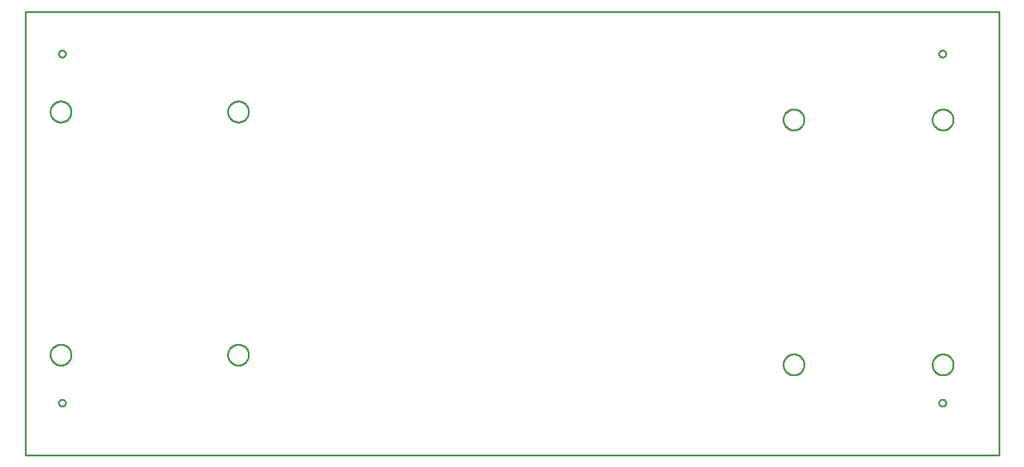
<source format=gbr>
G04 EAGLE Gerber X2 export*
%TF.Part,Single*%
%TF.FileFunction,Profile,NP*%
%TF.FilePolarity,Positive*%
%TF.GenerationSoftware,Autodesk,EAGLE,9.1.2*%
%TF.CreationDate,2018-08-08T23:13:48Z*%
G75*
%MOMM*%
%FSLAX34Y34*%
%LPD*%
%AMOC8*
5,1,8,0,0,1.08239X$1,22.5*%
G01*
%ADD10C,0.254000*%


D10*
X-12700Y25400D02*
X1381000Y25400D01*
X1381000Y660300D01*
X-12700Y660300D01*
X-12700Y25400D01*
X45000Y599719D02*
X44937Y599161D01*
X44812Y598614D01*
X44627Y598084D01*
X44383Y597578D01*
X44084Y597102D01*
X43734Y596663D01*
X43337Y596266D01*
X42898Y595916D01*
X42422Y595617D01*
X41916Y595373D01*
X41386Y595188D01*
X40839Y595063D01*
X40281Y595000D01*
X39719Y595000D01*
X39161Y595063D01*
X38614Y595188D01*
X38084Y595373D01*
X37578Y595617D01*
X37102Y595916D01*
X36663Y596266D01*
X36266Y596663D01*
X35916Y597102D01*
X35617Y597578D01*
X35373Y598084D01*
X35188Y598614D01*
X35063Y599161D01*
X35000Y599719D01*
X35000Y600281D01*
X35063Y600839D01*
X35188Y601386D01*
X35373Y601916D01*
X35617Y602422D01*
X35916Y602898D01*
X36266Y603337D01*
X36663Y603734D01*
X37102Y604084D01*
X37578Y604383D01*
X38084Y604627D01*
X38614Y604812D01*
X39161Y604937D01*
X39719Y605000D01*
X40281Y605000D01*
X40839Y604937D01*
X41386Y604812D01*
X41916Y604627D01*
X42422Y604383D01*
X42898Y604084D01*
X43337Y603734D01*
X43734Y603337D01*
X44084Y602898D01*
X44383Y602422D01*
X44627Y601916D01*
X44812Y601386D01*
X44937Y600839D01*
X45000Y600281D01*
X45000Y599719D01*
X45000Y99719D02*
X44937Y99161D01*
X44812Y98614D01*
X44627Y98084D01*
X44383Y97578D01*
X44084Y97102D01*
X43734Y96663D01*
X43337Y96266D01*
X42898Y95916D01*
X42422Y95617D01*
X41916Y95373D01*
X41386Y95188D01*
X40839Y95063D01*
X40281Y95000D01*
X39719Y95000D01*
X39161Y95063D01*
X38614Y95188D01*
X38084Y95373D01*
X37578Y95617D01*
X37102Y95916D01*
X36663Y96266D01*
X36266Y96663D01*
X35916Y97102D01*
X35617Y97578D01*
X35373Y98084D01*
X35188Y98614D01*
X35063Y99161D01*
X35000Y99719D01*
X35000Y100281D01*
X35063Y100839D01*
X35188Y101386D01*
X35373Y101916D01*
X35617Y102422D01*
X35916Y102898D01*
X36266Y103337D01*
X36663Y103734D01*
X37102Y104084D01*
X37578Y104383D01*
X38084Y104627D01*
X38614Y104812D01*
X39161Y104937D01*
X39719Y105000D01*
X40281Y105000D01*
X40839Y104937D01*
X41386Y104812D01*
X41916Y104627D01*
X42422Y104383D01*
X42898Y104084D01*
X43337Y103734D01*
X43734Y103337D01*
X44084Y102898D01*
X44383Y102422D01*
X44627Y101916D01*
X44812Y101386D01*
X44937Y100839D01*
X45000Y100281D01*
X45000Y99719D01*
X1305000Y599719D02*
X1304937Y599161D01*
X1304812Y598614D01*
X1304627Y598084D01*
X1304383Y597578D01*
X1304084Y597102D01*
X1303734Y596663D01*
X1303337Y596266D01*
X1302898Y595916D01*
X1302422Y595617D01*
X1301916Y595373D01*
X1301386Y595188D01*
X1300839Y595063D01*
X1300281Y595000D01*
X1299719Y595000D01*
X1299161Y595063D01*
X1298614Y595188D01*
X1298084Y595373D01*
X1297578Y595617D01*
X1297102Y595916D01*
X1296663Y596266D01*
X1296266Y596663D01*
X1295916Y597102D01*
X1295617Y597578D01*
X1295373Y598084D01*
X1295188Y598614D01*
X1295063Y599161D01*
X1295000Y599719D01*
X1295000Y600281D01*
X1295063Y600839D01*
X1295188Y601386D01*
X1295373Y601916D01*
X1295617Y602422D01*
X1295916Y602898D01*
X1296266Y603337D01*
X1296663Y603734D01*
X1297102Y604084D01*
X1297578Y604383D01*
X1298084Y604627D01*
X1298614Y604812D01*
X1299161Y604937D01*
X1299719Y605000D01*
X1300281Y605000D01*
X1300839Y604937D01*
X1301386Y604812D01*
X1301916Y604627D01*
X1302422Y604383D01*
X1302898Y604084D01*
X1303337Y603734D01*
X1303734Y603337D01*
X1304084Y602898D01*
X1304383Y602422D01*
X1304627Y601916D01*
X1304812Y601386D01*
X1304937Y600839D01*
X1305000Y600281D01*
X1305000Y599719D01*
X1305000Y99719D02*
X1304937Y99161D01*
X1304812Y98614D01*
X1304627Y98084D01*
X1304383Y97578D01*
X1304084Y97102D01*
X1303734Y96663D01*
X1303337Y96266D01*
X1302898Y95916D01*
X1302422Y95617D01*
X1301916Y95373D01*
X1301386Y95188D01*
X1300839Y95063D01*
X1300281Y95000D01*
X1299719Y95000D01*
X1299161Y95063D01*
X1298614Y95188D01*
X1298084Y95373D01*
X1297578Y95617D01*
X1297102Y95916D01*
X1296663Y96266D01*
X1296266Y96663D01*
X1295916Y97102D01*
X1295617Y97578D01*
X1295373Y98084D01*
X1295188Y98614D01*
X1295063Y99161D01*
X1295000Y99719D01*
X1295000Y100281D01*
X1295063Y100839D01*
X1295188Y101386D01*
X1295373Y101916D01*
X1295617Y102422D01*
X1295916Y102898D01*
X1296266Y103337D01*
X1296663Y103734D01*
X1297102Y104084D01*
X1297578Y104383D01*
X1298084Y104627D01*
X1298614Y104812D01*
X1299161Y104937D01*
X1299719Y105000D01*
X1300281Y105000D01*
X1300839Y104937D01*
X1301386Y104812D01*
X1301916Y104627D01*
X1302422Y104383D01*
X1302898Y104084D01*
X1303337Y103734D01*
X1303734Y103337D01*
X1304084Y102898D01*
X1304383Y102422D01*
X1304627Y101916D01*
X1304812Y101386D01*
X1304937Y100839D01*
X1305000Y100281D01*
X1305000Y99719D01*
X45000Y599719D02*
X44937Y599161D01*
X44812Y598614D01*
X44627Y598084D01*
X44383Y597578D01*
X44084Y597102D01*
X43734Y596663D01*
X43337Y596266D01*
X42898Y595916D01*
X42422Y595617D01*
X41916Y595373D01*
X41386Y595188D01*
X40839Y595063D01*
X40281Y595000D01*
X39719Y595000D01*
X39161Y595063D01*
X38614Y595188D01*
X38084Y595373D01*
X37578Y595617D01*
X37102Y595916D01*
X36663Y596266D01*
X36266Y596663D01*
X35916Y597102D01*
X35617Y597578D01*
X35373Y598084D01*
X35188Y598614D01*
X35063Y599161D01*
X35000Y599719D01*
X35000Y600281D01*
X35063Y600839D01*
X35188Y601386D01*
X35373Y601916D01*
X35617Y602422D01*
X35916Y602898D01*
X36266Y603337D01*
X36663Y603734D01*
X37102Y604084D01*
X37578Y604383D01*
X38084Y604627D01*
X38614Y604812D01*
X39161Y604937D01*
X39719Y605000D01*
X40281Y605000D01*
X40839Y604937D01*
X41386Y604812D01*
X41916Y604627D01*
X42422Y604383D01*
X42898Y604084D01*
X43337Y603734D01*
X43734Y603337D01*
X44084Y602898D01*
X44383Y602422D01*
X44627Y601916D01*
X44812Y601386D01*
X44937Y600839D01*
X45000Y600281D01*
X45000Y599719D01*
X45000Y99719D02*
X44937Y99161D01*
X44812Y98614D01*
X44627Y98084D01*
X44383Y97578D01*
X44084Y97102D01*
X43734Y96663D01*
X43337Y96266D01*
X42898Y95916D01*
X42422Y95617D01*
X41916Y95373D01*
X41386Y95188D01*
X40839Y95063D01*
X40281Y95000D01*
X39719Y95000D01*
X39161Y95063D01*
X38614Y95188D01*
X38084Y95373D01*
X37578Y95617D01*
X37102Y95916D01*
X36663Y96266D01*
X36266Y96663D01*
X35916Y97102D01*
X35617Y97578D01*
X35373Y98084D01*
X35188Y98614D01*
X35063Y99161D01*
X35000Y99719D01*
X35000Y100281D01*
X35063Y100839D01*
X35188Y101386D01*
X35373Y101916D01*
X35617Y102422D01*
X35916Y102898D01*
X36266Y103337D01*
X36663Y103734D01*
X37102Y104084D01*
X37578Y104383D01*
X38084Y104627D01*
X38614Y104812D01*
X39161Y104937D01*
X39719Y105000D01*
X40281Y105000D01*
X40839Y104937D01*
X41386Y104812D01*
X41916Y104627D01*
X42422Y104383D01*
X42898Y104084D01*
X43337Y103734D01*
X43734Y103337D01*
X44084Y102898D01*
X44383Y102422D01*
X44627Y101916D01*
X44812Y101386D01*
X44937Y100839D01*
X45000Y100281D01*
X45000Y99719D01*
X1305000Y599719D02*
X1304937Y599161D01*
X1304812Y598614D01*
X1304627Y598084D01*
X1304383Y597578D01*
X1304084Y597102D01*
X1303734Y596663D01*
X1303337Y596266D01*
X1302898Y595916D01*
X1302422Y595617D01*
X1301916Y595373D01*
X1301386Y595188D01*
X1300839Y595063D01*
X1300281Y595000D01*
X1299719Y595000D01*
X1299161Y595063D01*
X1298614Y595188D01*
X1298084Y595373D01*
X1297578Y595617D01*
X1297102Y595916D01*
X1296663Y596266D01*
X1296266Y596663D01*
X1295916Y597102D01*
X1295617Y597578D01*
X1295373Y598084D01*
X1295188Y598614D01*
X1295063Y599161D01*
X1295000Y599719D01*
X1295000Y600281D01*
X1295063Y600839D01*
X1295188Y601386D01*
X1295373Y601916D01*
X1295617Y602422D01*
X1295916Y602898D01*
X1296266Y603337D01*
X1296663Y603734D01*
X1297102Y604084D01*
X1297578Y604383D01*
X1298084Y604627D01*
X1298614Y604812D01*
X1299161Y604937D01*
X1299719Y605000D01*
X1300281Y605000D01*
X1300839Y604937D01*
X1301386Y604812D01*
X1301916Y604627D01*
X1302422Y604383D01*
X1302898Y604084D01*
X1303337Y603734D01*
X1303734Y603337D01*
X1304084Y602898D01*
X1304383Y602422D01*
X1304627Y601916D01*
X1304812Y601386D01*
X1304937Y600839D01*
X1305000Y600281D01*
X1305000Y599719D01*
X1305000Y99719D02*
X1304937Y99161D01*
X1304812Y98614D01*
X1304627Y98084D01*
X1304383Y97578D01*
X1304084Y97102D01*
X1303734Y96663D01*
X1303337Y96266D01*
X1302898Y95916D01*
X1302422Y95617D01*
X1301916Y95373D01*
X1301386Y95188D01*
X1300839Y95063D01*
X1300281Y95000D01*
X1299719Y95000D01*
X1299161Y95063D01*
X1298614Y95188D01*
X1298084Y95373D01*
X1297578Y95617D01*
X1297102Y95916D01*
X1296663Y96266D01*
X1296266Y96663D01*
X1295916Y97102D01*
X1295617Y97578D01*
X1295373Y98084D01*
X1295188Y98614D01*
X1295063Y99161D01*
X1295000Y99719D01*
X1295000Y100281D01*
X1295063Y100839D01*
X1295188Y101386D01*
X1295373Y101916D01*
X1295617Y102422D01*
X1295916Y102898D01*
X1296266Y103337D01*
X1296663Y103734D01*
X1297102Y104084D01*
X1297578Y104383D01*
X1298084Y104627D01*
X1298614Y104812D01*
X1299161Y104937D01*
X1299719Y105000D01*
X1300281Y105000D01*
X1300839Y104937D01*
X1301386Y104812D01*
X1301916Y104627D01*
X1302422Y104383D01*
X1302898Y104084D01*
X1303337Y103734D01*
X1303734Y103337D01*
X1304084Y102898D01*
X1304383Y102422D01*
X1304627Y101916D01*
X1304812Y101386D01*
X1304937Y100839D01*
X1305000Y100281D01*
X1305000Y99719D01*
X37566Y502050D02*
X36501Y502126D01*
X35444Y502278D01*
X34400Y502505D01*
X33376Y502806D01*
X32375Y503179D01*
X31404Y503623D01*
X30467Y504135D01*
X29568Y504712D01*
X28713Y505352D01*
X27906Y506051D01*
X27151Y506806D01*
X26452Y507613D01*
X25812Y508468D01*
X25235Y509367D01*
X24723Y510304D01*
X24279Y511275D01*
X23906Y512276D01*
X23605Y513300D01*
X23378Y514344D01*
X23226Y515401D01*
X23150Y516466D01*
X23150Y517534D01*
X23226Y518599D01*
X23378Y519656D01*
X23605Y520700D01*
X23906Y521724D01*
X24279Y522725D01*
X24723Y523696D01*
X25235Y524633D01*
X25812Y525532D01*
X26452Y526387D01*
X27151Y527194D01*
X27906Y527949D01*
X28713Y528648D01*
X29568Y529288D01*
X30467Y529865D01*
X31404Y530377D01*
X32375Y530821D01*
X33376Y531194D01*
X34400Y531495D01*
X35444Y531722D01*
X36501Y531874D01*
X37566Y531950D01*
X38634Y531950D01*
X39699Y531874D01*
X40756Y531722D01*
X41800Y531495D01*
X42824Y531194D01*
X43825Y530821D01*
X44796Y530377D01*
X45733Y529865D01*
X46632Y529288D01*
X47487Y528648D01*
X48294Y527949D01*
X49049Y527194D01*
X49748Y526387D01*
X50388Y525532D01*
X50965Y524633D01*
X51477Y523696D01*
X51921Y522725D01*
X52294Y521724D01*
X52595Y520700D01*
X52822Y519656D01*
X52974Y518599D01*
X53050Y517534D01*
X53050Y516466D01*
X52974Y515401D01*
X52822Y514344D01*
X52595Y513300D01*
X52294Y512276D01*
X51921Y511275D01*
X51477Y510304D01*
X50965Y509367D01*
X50388Y508468D01*
X49748Y507613D01*
X49049Y506806D01*
X48294Y506051D01*
X47487Y505352D01*
X46632Y504712D01*
X45733Y504135D01*
X44796Y503623D01*
X43825Y503179D01*
X42824Y502806D01*
X41800Y502505D01*
X40756Y502278D01*
X39699Y502126D01*
X38634Y502050D01*
X37566Y502050D01*
X291566Y502050D02*
X290501Y502126D01*
X289444Y502278D01*
X288400Y502505D01*
X287376Y502806D01*
X286375Y503179D01*
X285404Y503623D01*
X284467Y504135D01*
X283568Y504712D01*
X282713Y505352D01*
X281906Y506051D01*
X281151Y506806D01*
X280452Y507613D01*
X279812Y508468D01*
X279235Y509367D01*
X278723Y510304D01*
X278279Y511275D01*
X277906Y512276D01*
X277605Y513300D01*
X277378Y514344D01*
X277226Y515401D01*
X277150Y516466D01*
X277150Y517534D01*
X277226Y518599D01*
X277378Y519656D01*
X277605Y520700D01*
X277906Y521724D01*
X278279Y522725D01*
X278723Y523696D01*
X279235Y524633D01*
X279812Y525532D01*
X280452Y526387D01*
X281151Y527194D01*
X281906Y527949D01*
X282713Y528648D01*
X283568Y529288D01*
X284467Y529865D01*
X285404Y530377D01*
X286375Y530821D01*
X287376Y531194D01*
X288400Y531495D01*
X289444Y531722D01*
X290501Y531874D01*
X291566Y531950D01*
X292634Y531950D01*
X293699Y531874D01*
X294756Y531722D01*
X295800Y531495D01*
X296824Y531194D01*
X297825Y530821D01*
X298796Y530377D01*
X299733Y529865D01*
X300632Y529288D01*
X301487Y528648D01*
X302294Y527949D01*
X303049Y527194D01*
X303748Y526387D01*
X304388Y525532D01*
X304965Y524633D01*
X305477Y523696D01*
X305921Y522725D01*
X306294Y521724D01*
X306595Y520700D01*
X306822Y519656D01*
X306974Y518599D01*
X307050Y517534D01*
X307050Y516466D01*
X306974Y515401D01*
X306822Y514344D01*
X306595Y513300D01*
X306294Y512276D01*
X305921Y511275D01*
X305477Y510304D01*
X304965Y509367D01*
X304388Y508468D01*
X303748Y507613D01*
X303049Y506806D01*
X302294Y506051D01*
X301487Y505352D01*
X300632Y504712D01*
X299733Y504135D01*
X298796Y503623D01*
X297825Y503179D01*
X296824Y502806D01*
X295800Y502505D01*
X294756Y502278D01*
X293699Y502126D01*
X292634Y502050D01*
X291566Y502050D01*
X291566Y153850D02*
X290501Y153926D01*
X289444Y154078D01*
X288400Y154305D01*
X287376Y154606D01*
X286375Y154979D01*
X285404Y155423D01*
X284467Y155935D01*
X283568Y156512D01*
X282713Y157152D01*
X281906Y157851D01*
X281151Y158606D01*
X280452Y159413D01*
X279812Y160268D01*
X279235Y161167D01*
X278723Y162104D01*
X278279Y163075D01*
X277906Y164076D01*
X277605Y165100D01*
X277378Y166144D01*
X277226Y167201D01*
X277150Y168266D01*
X277150Y169334D01*
X277226Y170399D01*
X277378Y171456D01*
X277605Y172500D01*
X277906Y173524D01*
X278279Y174525D01*
X278723Y175496D01*
X279235Y176433D01*
X279812Y177332D01*
X280452Y178187D01*
X281151Y178994D01*
X281906Y179749D01*
X282713Y180448D01*
X283568Y181088D01*
X284467Y181665D01*
X285404Y182177D01*
X286375Y182621D01*
X287376Y182994D01*
X288400Y183295D01*
X289444Y183522D01*
X290501Y183674D01*
X291566Y183750D01*
X292634Y183750D01*
X293699Y183674D01*
X294756Y183522D01*
X295800Y183295D01*
X296824Y182994D01*
X297825Y182621D01*
X298796Y182177D01*
X299733Y181665D01*
X300632Y181088D01*
X301487Y180448D01*
X302294Y179749D01*
X303049Y178994D01*
X303748Y178187D01*
X304388Y177332D01*
X304965Y176433D01*
X305477Y175496D01*
X305921Y174525D01*
X306294Y173524D01*
X306595Y172500D01*
X306822Y171456D01*
X306974Y170399D01*
X307050Y169334D01*
X307050Y168266D01*
X306974Y167201D01*
X306822Y166144D01*
X306595Y165100D01*
X306294Y164076D01*
X305921Y163075D01*
X305477Y162104D01*
X304965Y161167D01*
X304388Y160268D01*
X303748Y159413D01*
X303049Y158606D01*
X302294Y157851D01*
X301487Y157152D01*
X300632Y156512D01*
X299733Y155935D01*
X298796Y155423D01*
X297825Y154979D01*
X296824Y154606D01*
X295800Y154305D01*
X294756Y154078D01*
X293699Y153926D01*
X292634Y153850D01*
X291566Y153850D01*
X37566Y153850D02*
X36501Y153926D01*
X35444Y154078D01*
X34400Y154305D01*
X33376Y154606D01*
X32375Y154979D01*
X31404Y155423D01*
X30467Y155935D01*
X29568Y156512D01*
X28713Y157152D01*
X27906Y157851D01*
X27151Y158606D01*
X26452Y159413D01*
X25812Y160268D01*
X25235Y161167D01*
X24723Y162104D01*
X24279Y163075D01*
X23906Y164076D01*
X23605Y165100D01*
X23378Y166144D01*
X23226Y167201D01*
X23150Y168266D01*
X23150Y169334D01*
X23226Y170399D01*
X23378Y171456D01*
X23605Y172500D01*
X23906Y173524D01*
X24279Y174525D01*
X24723Y175496D01*
X25235Y176433D01*
X25812Y177332D01*
X26452Y178187D01*
X27151Y178994D01*
X27906Y179749D01*
X28713Y180448D01*
X29568Y181088D01*
X30467Y181665D01*
X31404Y182177D01*
X32375Y182621D01*
X33376Y182994D01*
X34400Y183295D01*
X35444Y183522D01*
X36501Y183674D01*
X37566Y183750D01*
X38634Y183750D01*
X39699Y183674D01*
X40756Y183522D01*
X41800Y183295D01*
X42824Y182994D01*
X43825Y182621D01*
X44796Y182177D01*
X45733Y181665D01*
X46632Y181088D01*
X47487Y180448D01*
X48294Y179749D01*
X49049Y178994D01*
X49748Y178187D01*
X50388Y177332D01*
X50965Y176433D01*
X51477Y175496D01*
X51921Y174525D01*
X52294Y173524D01*
X52595Y172500D01*
X52822Y171456D01*
X52974Y170399D01*
X53050Y169334D01*
X53050Y168266D01*
X52974Y167201D01*
X52822Y166144D01*
X52595Y165100D01*
X52294Y164076D01*
X51921Y163075D01*
X51477Y162104D01*
X50965Y161167D01*
X50388Y160268D01*
X49748Y159413D01*
X49049Y158606D01*
X48294Y157851D01*
X47487Y157152D01*
X46632Y156512D01*
X45733Y155935D01*
X44796Y155423D01*
X43825Y154979D01*
X42824Y154606D01*
X41800Y154305D01*
X40756Y154078D01*
X39699Y153926D01*
X38634Y153850D01*
X37566Y153850D01*
X1285550Y155384D02*
X1285626Y156449D01*
X1285778Y157506D01*
X1286005Y158550D01*
X1286306Y159574D01*
X1286679Y160575D01*
X1287123Y161546D01*
X1287635Y162483D01*
X1288212Y163382D01*
X1288852Y164237D01*
X1289551Y165044D01*
X1290306Y165799D01*
X1291113Y166498D01*
X1291968Y167138D01*
X1292867Y167715D01*
X1293804Y168227D01*
X1294775Y168671D01*
X1295776Y169044D01*
X1296800Y169345D01*
X1297844Y169572D01*
X1298901Y169724D01*
X1299966Y169800D01*
X1301034Y169800D01*
X1302099Y169724D01*
X1303156Y169572D01*
X1304200Y169345D01*
X1305224Y169044D01*
X1306225Y168671D01*
X1307196Y168227D01*
X1308133Y167715D01*
X1309032Y167138D01*
X1309887Y166498D01*
X1310694Y165799D01*
X1311449Y165044D01*
X1312148Y164237D01*
X1312788Y163382D01*
X1313365Y162483D01*
X1313877Y161546D01*
X1314321Y160575D01*
X1314694Y159574D01*
X1314995Y158550D01*
X1315222Y157506D01*
X1315374Y156449D01*
X1315450Y155384D01*
X1315450Y154316D01*
X1315374Y153251D01*
X1315222Y152194D01*
X1314995Y151150D01*
X1314694Y150126D01*
X1314321Y149125D01*
X1313877Y148154D01*
X1313365Y147217D01*
X1312788Y146318D01*
X1312148Y145463D01*
X1311449Y144656D01*
X1310694Y143901D01*
X1309887Y143202D01*
X1309032Y142562D01*
X1308133Y141985D01*
X1307196Y141473D01*
X1306225Y141029D01*
X1305224Y140656D01*
X1304200Y140355D01*
X1303156Y140128D01*
X1302099Y139976D01*
X1301034Y139900D01*
X1299966Y139900D01*
X1298901Y139976D01*
X1297844Y140128D01*
X1296800Y140355D01*
X1295776Y140656D01*
X1294775Y141029D01*
X1293804Y141473D01*
X1292867Y141985D01*
X1291968Y142562D01*
X1291113Y143202D01*
X1290306Y143901D01*
X1289551Y144656D01*
X1288852Y145463D01*
X1288212Y146318D01*
X1287635Y147217D01*
X1287123Y148154D01*
X1286679Y149125D01*
X1286306Y150126D01*
X1286005Y151150D01*
X1285778Y152194D01*
X1285626Y153251D01*
X1285550Y154316D01*
X1285550Y155384D01*
X1072150Y155384D02*
X1072226Y156449D01*
X1072378Y157506D01*
X1072605Y158550D01*
X1072906Y159574D01*
X1073279Y160575D01*
X1073723Y161546D01*
X1074235Y162483D01*
X1074812Y163382D01*
X1075452Y164237D01*
X1076151Y165044D01*
X1076906Y165799D01*
X1077713Y166498D01*
X1078568Y167138D01*
X1079467Y167715D01*
X1080404Y168227D01*
X1081375Y168671D01*
X1082376Y169044D01*
X1083400Y169345D01*
X1084444Y169572D01*
X1085501Y169724D01*
X1086566Y169800D01*
X1087634Y169800D01*
X1088699Y169724D01*
X1089756Y169572D01*
X1090800Y169345D01*
X1091824Y169044D01*
X1092825Y168671D01*
X1093796Y168227D01*
X1094733Y167715D01*
X1095632Y167138D01*
X1096487Y166498D01*
X1097294Y165799D01*
X1098049Y165044D01*
X1098748Y164237D01*
X1099388Y163382D01*
X1099965Y162483D01*
X1100477Y161546D01*
X1100921Y160575D01*
X1101294Y159574D01*
X1101595Y158550D01*
X1101822Y157506D01*
X1101974Y156449D01*
X1102050Y155384D01*
X1102050Y154316D01*
X1101974Y153251D01*
X1101822Y152194D01*
X1101595Y151150D01*
X1101294Y150126D01*
X1100921Y149125D01*
X1100477Y148154D01*
X1099965Y147217D01*
X1099388Y146318D01*
X1098748Y145463D01*
X1098049Y144656D01*
X1097294Y143901D01*
X1096487Y143202D01*
X1095632Y142562D01*
X1094733Y141985D01*
X1093796Y141473D01*
X1092825Y141029D01*
X1091824Y140656D01*
X1090800Y140355D01*
X1089756Y140128D01*
X1088699Y139976D01*
X1087634Y139900D01*
X1086566Y139900D01*
X1085501Y139976D01*
X1084444Y140128D01*
X1083400Y140355D01*
X1082376Y140656D01*
X1081375Y141029D01*
X1080404Y141473D01*
X1079467Y141985D01*
X1078568Y142562D01*
X1077713Y143202D01*
X1076906Y143901D01*
X1076151Y144656D01*
X1075452Y145463D01*
X1074812Y146318D01*
X1074235Y147217D01*
X1073723Y148154D01*
X1073279Y149125D01*
X1072906Y150126D01*
X1072605Y151150D01*
X1072378Y152194D01*
X1072226Y153251D01*
X1072150Y154316D01*
X1072150Y155384D01*
X1072150Y506184D02*
X1072226Y507249D01*
X1072378Y508306D01*
X1072605Y509350D01*
X1072906Y510374D01*
X1073279Y511375D01*
X1073723Y512346D01*
X1074235Y513283D01*
X1074812Y514182D01*
X1075452Y515037D01*
X1076151Y515844D01*
X1076906Y516599D01*
X1077713Y517298D01*
X1078568Y517938D01*
X1079467Y518515D01*
X1080404Y519027D01*
X1081375Y519471D01*
X1082376Y519844D01*
X1083400Y520145D01*
X1084444Y520372D01*
X1085501Y520524D01*
X1086566Y520600D01*
X1087634Y520600D01*
X1088699Y520524D01*
X1089756Y520372D01*
X1090800Y520145D01*
X1091824Y519844D01*
X1092825Y519471D01*
X1093796Y519027D01*
X1094733Y518515D01*
X1095632Y517938D01*
X1096487Y517298D01*
X1097294Y516599D01*
X1098049Y515844D01*
X1098748Y515037D01*
X1099388Y514182D01*
X1099965Y513283D01*
X1100477Y512346D01*
X1100921Y511375D01*
X1101294Y510374D01*
X1101595Y509350D01*
X1101822Y508306D01*
X1101974Y507249D01*
X1102050Y506184D01*
X1102050Y505116D01*
X1101974Y504051D01*
X1101822Y502994D01*
X1101595Y501950D01*
X1101294Y500926D01*
X1100921Y499925D01*
X1100477Y498954D01*
X1099965Y498017D01*
X1099388Y497118D01*
X1098748Y496263D01*
X1098049Y495456D01*
X1097294Y494701D01*
X1096487Y494002D01*
X1095632Y493362D01*
X1094733Y492785D01*
X1093796Y492273D01*
X1092825Y491829D01*
X1091824Y491456D01*
X1090800Y491155D01*
X1089756Y490928D01*
X1088699Y490776D01*
X1087634Y490700D01*
X1086566Y490700D01*
X1085501Y490776D01*
X1084444Y490928D01*
X1083400Y491155D01*
X1082376Y491456D01*
X1081375Y491829D01*
X1080404Y492273D01*
X1079467Y492785D01*
X1078568Y493362D01*
X1077713Y494002D01*
X1076906Y494701D01*
X1076151Y495456D01*
X1075452Y496263D01*
X1074812Y497118D01*
X1074235Y498017D01*
X1073723Y498954D01*
X1073279Y499925D01*
X1072906Y500926D01*
X1072605Y501950D01*
X1072378Y502994D01*
X1072226Y504051D01*
X1072150Y505116D01*
X1072150Y506184D01*
X1285550Y506184D02*
X1285626Y507249D01*
X1285778Y508306D01*
X1286005Y509350D01*
X1286306Y510374D01*
X1286679Y511375D01*
X1287123Y512346D01*
X1287635Y513283D01*
X1288212Y514182D01*
X1288852Y515037D01*
X1289551Y515844D01*
X1290306Y516599D01*
X1291113Y517298D01*
X1291968Y517938D01*
X1292867Y518515D01*
X1293804Y519027D01*
X1294775Y519471D01*
X1295776Y519844D01*
X1296800Y520145D01*
X1297844Y520372D01*
X1298901Y520524D01*
X1299966Y520600D01*
X1301034Y520600D01*
X1302099Y520524D01*
X1303156Y520372D01*
X1304200Y520145D01*
X1305224Y519844D01*
X1306225Y519471D01*
X1307196Y519027D01*
X1308133Y518515D01*
X1309032Y517938D01*
X1309887Y517298D01*
X1310694Y516599D01*
X1311449Y515844D01*
X1312148Y515037D01*
X1312788Y514182D01*
X1313365Y513283D01*
X1313877Y512346D01*
X1314321Y511375D01*
X1314694Y510374D01*
X1314995Y509350D01*
X1315222Y508306D01*
X1315374Y507249D01*
X1315450Y506184D01*
X1315450Y505116D01*
X1315374Y504051D01*
X1315222Y502994D01*
X1314995Y501950D01*
X1314694Y500926D01*
X1314321Y499925D01*
X1313877Y498954D01*
X1313365Y498017D01*
X1312788Y497118D01*
X1312148Y496263D01*
X1311449Y495456D01*
X1310694Y494701D01*
X1309887Y494002D01*
X1309032Y493362D01*
X1308133Y492785D01*
X1307196Y492273D01*
X1306225Y491829D01*
X1305224Y491456D01*
X1304200Y491155D01*
X1303156Y490928D01*
X1302099Y490776D01*
X1301034Y490700D01*
X1299966Y490700D01*
X1298901Y490776D01*
X1297844Y490928D01*
X1296800Y491155D01*
X1295776Y491456D01*
X1294775Y491829D01*
X1293804Y492273D01*
X1292867Y492785D01*
X1291968Y493362D01*
X1291113Y494002D01*
X1290306Y494701D01*
X1289551Y495456D01*
X1288852Y496263D01*
X1288212Y497118D01*
X1287635Y498017D01*
X1287123Y498954D01*
X1286679Y499925D01*
X1286306Y500926D01*
X1286005Y501950D01*
X1285778Y502994D01*
X1285626Y504051D01*
X1285550Y505116D01*
X1285550Y506184D01*
M02*

</source>
